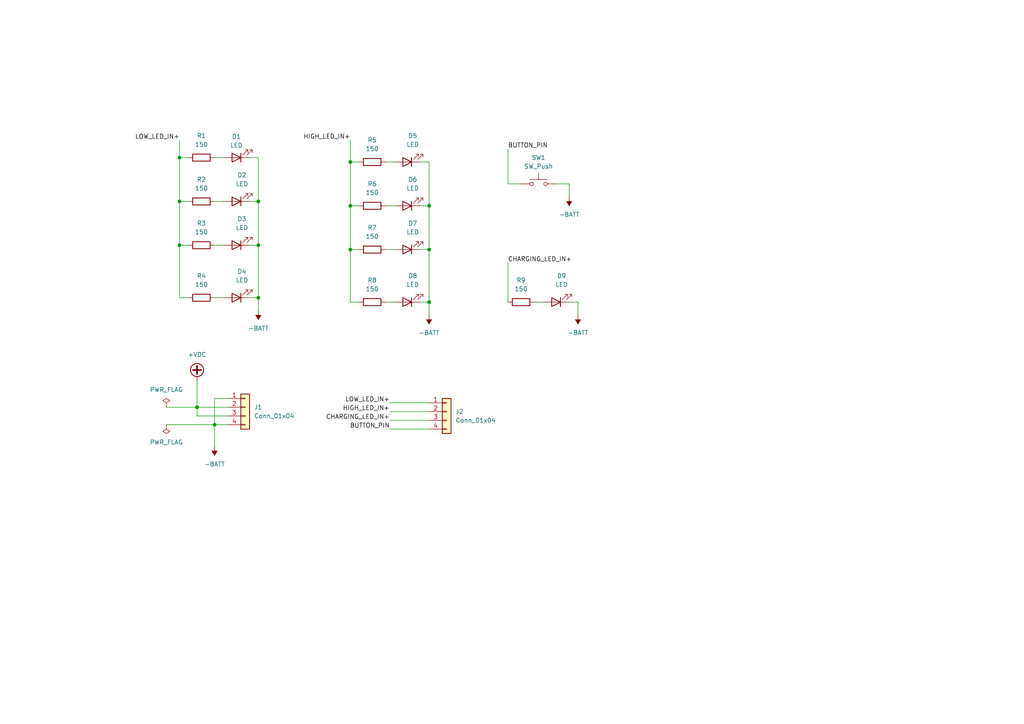
<source format=kicad_sch>
(kicad_sch
	(version 20231120)
	(generator "eeschema")
	(generator_version "8.0")
	(uuid "1e54665e-1401-4179-972c-985d3b0078aa")
	(paper "A4")
	(lib_symbols
		(symbol "Connector_Generic:Conn_01x04"
			(pin_names
				(offset 1.016) hide)
			(exclude_from_sim no)
			(in_bom yes)
			(on_board yes)
			(property "Reference" "J"
				(at 0 5.08 0)
				(effects
					(font
						(size 1.27 1.27)
					)
				)
			)
			(property "Value" "Conn_01x04"
				(at 0 -7.62 0)
				(effects
					(font
						(size 1.27 1.27)
					)
				)
			)
			(property "Footprint" ""
				(at 0 0 0)
				(effects
					(font
						(size 1.27 1.27)
					)
					(hide yes)
				)
			)
			(property "Datasheet" "~"
				(at 0 0 0)
				(effects
					(font
						(size 1.27 1.27)
					)
					(hide yes)
				)
			)
			(property "Description" "Generic connector, single row, 01x04, script generated (kicad-library-utils/schlib/autogen/connector/)"
				(at 0 0 0)
				(effects
					(font
						(size 1.27 1.27)
					)
					(hide yes)
				)
			)
			(property "ki_keywords" "connector"
				(at 0 0 0)
				(effects
					(font
						(size 1.27 1.27)
					)
					(hide yes)
				)
			)
			(property "ki_fp_filters" "Connector*:*_1x??_*"
				(at 0 0 0)
				(effects
					(font
						(size 1.27 1.27)
					)
					(hide yes)
				)
			)
			(symbol "Conn_01x04_1_1"
				(rectangle
					(start -1.27 -4.953)
					(end 0 -5.207)
					(stroke
						(width 0.1524)
						(type default)
					)
					(fill
						(type none)
					)
				)
				(rectangle
					(start -1.27 -2.413)
					(end 0 -2.667)
					(stroke
						(width 0.1524)
						(type default)
					)
					(fill
						(type none)
					)
				)
				(rectangle
					(start -1.27 0.127)
					(end 0 -0.127)
					(stroke
						(width 0.1524)
						(type default)
					)
					(fill
						(type none)
					)
				)
				(rectangle
					(start -1.27 2.667)
					(end 0 2.413)
					(stroke
						(width 0.1524)
						(type default)
					)
					(fill
						(type none)
					)
				)
				(rectangle
					(start -1.27 3.81)
					(end 1.27 -6.35)
					(stroke
						(width 0.254)
						(type default)
					)
					(fill
						(type background)
					)
				)
				(pin passive line
					(at -5.08 2.54 0)
					(length 3.81)
					(name "Pin_1"
						(effects
							(font
								(size 1.27 1.27)
							)
						)
					)
					(number "1"
						(effects
							(font
								(size 1.27 1.27)
							)
						)
					)
				)
				(pin passive line
					(at -5.08 0 0)
					(length 3.81)
					(name "Pin_2"
						(effects
							(font
								(size 1.27 1.27)
							)
						)
					)
					(number "2"
						(effects
							(font
								(size 1.27 1.27)
							)
						)
					)
				)
				(pin passive line
					(at -5.08 -2.54 0)
					(length 3.81)
					(name "Pin_3"
						(effects
							(font
								(size 1.27 1.27)
							)
						)
					)
					(number "3"
						(effects
							(font
								(size 1.27 1.27)
							)
						)
					)
				)
				(pin passive line
					(at -5.08 -5.08 0)
					(length 3.81)
					(name "Pin_4"
						(effects
							(font
								(size 1.27 1.27)
							)
						)
					)
					(number "4"
						(effects
							(font
								(size 1.27 1.27)
							)
						)
					)
				)
			)
		)
		(symbol "Device:LED"
			(pin_numbers hide)
			(pin_names
				(offset 1.016) hide)
			(exclude_from_sim no)
			(in_bom yes)
			(on_board yes)
			(property "Reference" "D"
				(at 0 2.54 0)
				(effects
					(font
						(size 1.27 1.27)
					)
				)
			)
			(property "Value" "LED"
				(at 0 -2.54 0)
				(effects
					(font
						(size 1.27 1.27)
					)
				)
			)
			(property "Footprint" ""
				(at 0 0 0)
				(effects
					(font
						(size 1.27 1.27)
					)
					(hide yes)
				)
			)
			(property "Datasheet" "~"
				(at 0 0 0)
				(effects
					(font
						(size 1.27 1.27)
					)
					(hide yes)
				)
			)
			(property "Description" "Light emitting diode"
				(at 0 0 0)
				(effects
					(font
						(size 1.27 1.27)
					)
					(hide yes)
				)
			)
			(property "ki_keywords" "LED diode"
				(at 0 0 0)
				(effects
					(font
						(size 1.27 1.27)
					)
					(hide yes)
				)
			)
			(property "ki_fp_filters" "LED* LED_SMD:* LED_THT:*"
				(at 0 0 0)
				(effects
					(font
						(size 1.27 1.27)
					)
					(hide yes)
				)
			)
			(symbol "LED_0_1"
				(polyline
					(pts
						(xy -1.27 -1.27) (xy -1.27 1.27)
					)
					(stroke
						(width 0.254)
						(type default)
					)
					(fill
						(type none)
					)
				)
				(polyline
					(pts
						(xy -1.27 0) (xy 1.27 0)
					)
					(stroke
						(width 0)
						(type default)
					)
					(fill
						(type none)
					)
				)
				(polyline
					(pts
						(xy 1.27 -1.27) (xy 1.27 1.27) (xy -1.27 0) (xy 1.27 -1.27)
					)
					(stroke
						(width 0.254)
						(type default)
					)
					(fill
						(type none)
					)
				)
				(polyline
					(pts
						(xy -3.048 -0.762) (xy -4.572 -2.286) (xy -3.81 -2.286) (xy -4.572 -2.286) (xy -4.572 -1.524)
					)
					(stroke
						(width 0)
						(type default)
					)
					(fill
						(type none)
					)
				)
				(polyline
					(pts
						(xy -1.778 -0.762) (xy -3.302 -2.286) (xy -2.54 -2.286) (xy -3.302 -2.286) (xy -3.302 -1.524)
					)
					(stroke
						(width 0)
						(type default)
					)
					(fill
						(type none)
					)
				)
			)
			(symbol "LED_1_1"
				(pin passive line
					(at -3.81 0 0)
					(length 2.54)
					(name "K"
						(effects
							(font
								(size 1.27 1.27)
							)
						)
					)
					(number "1"
						(effects
							(font
								(size 1.27 1.27)
							)
						)
					)
				)
				(pin passive line
					(at 3.81 0 180)
					(length 2.54)
					(name "A"
						(effects
							(font
								(size 1.27 1.27)
							)
						)
					)
					(number "2"
						(effects
							(font
								(size 1.27 1.27)
							)
						)
					)
				)
			)
		)
		(symbol "Device:R"
			(pin_numbers hide)
			(pin_names
				(offset 0)
			)
			(exclude_from_sim no)
			(in_bom yes)
			(on_board yes)
			(property "Reference" "R"
				(at 2.032 0 90)
				(effects
					(font
						(size 1.27 1.27)
					)
				)
			)
			(property "Value" "R"
				(at 0 0 90)
				(effects
					(font
						(size 1.27 1.27)
					)
				)
			)
			(property "Footprint" ""
				(at -1.778 0 90)
				(effects
					(font
						(size 1.27 1.27)
					)
					(hide yes)
				)
			)
			(property "Datasheet" "~"
				(at 0 0 0)
				(effects
					(font
						(size 1.27 1.27)
					)
					(hide yes)
				)
			)
			(property "Description" "Resistor"
				(at 0 0 0)
				(effects
					(font
						(size 1.27 1.27)
					)
					(hide yes)
				)
			)
			(property "ki_keywords" "R res resistor"
				(at 0 0 0)
				(effects
					(font
						(size 1.27 1.27)
					)
					(hide yes)
				)
			)
			(property "ki_fp_filters" "R_*"
				(at 0 0 0)
				(effects
					(font
						(size 1.27 1.27)
					)
					(hide yes)
				)
			)
			(symbol "R_0_1"
				(rectangle
					(start -1.016 -2.54)
					(end 1.016 2.54)
					(stroke
						(width 0.254)
						(type default)
					)
					(fill
						(type none)
					)
				)
			)
			(symbol "R_1_1"
				(pin passive line
					(at 0 3.81 270)
					(length 1.27)
					(name "~"
						(effects
							(font
								(size 1.27 1.27)
							)
						)
					)
					(number "1"
						(effects
							(font
								(size 1.27 1.27)
							)
						)
					)
				)
				(pin passive line
					(at 0 -3.81 90)
					(length 1.27)
					(name "~"
						(effects
							(font
								(size 1.27 1.27)
							)
						)
					)
					(number "2"
						(effects
							(font
								(size 1.27 1.27)
							)
						)
					)
				)
			)
		)
		(symbol "Switch:SW_Push"
			(pin_numbers hide)
			(pin_names
				(offset 1.016) hide)
			(exclude_from_sim no)
			(in_bom yes)
			(on_board yes)
			(property "Reference" "SW"
				(at 1.27 2.54 0)
				(effects
					(font
						(size 1.27 1.27)
					)
					(justify left)
				)
			)
			(property "Value" "SW_Push"
				(at 0 -1.524 0)
				(effects
					(font
						(size 1.27 1.27)
					)
				)
			)
			(property "Footprint" ""
				(at 0 5.08 0)
				(effects
					(font
						(size 1.27 1.27)
					)
					(hide yes)
				)
			)
			(property "Datasheet" "~"
				(at 0 5.08 0)
				(effects
					(font
						(size 1.27 1.27)
					)
					(hide yes)
				)
			)
			(property "Description" "Push button switch, generic, two pins"
				(at 0 0 0)
				(effects
					(font
						(size 1.27 1.27)
					)
					(hide yes)
				)
			)
			(property "ki_keywords" "switch normally-open pushbutton push-button"
				(at 0 0 0)
				(effects
					(font
						(size 1.27 1.27)
					)
					(hide yes)
				)
			)
			(symbol "SW_Push_0_1"
				(circle
					(center -2.032 0)
					(radius 0.508)
					(stroke
						(width 0)
						(type default)
					)
					(fill
						(type none)
					)
				)
				(polyline
					(pts
						(xy 0 1.27) (xy 0 3.048)
					)
					(stroke
						(width 0)
						(type default)
					)
					(fill
						(type none)
					)
				)
				(polyline
					(pts
						(xy 2.54 1.27) (xy -2.54 1.27)
					)
					(stroke
						(width 0)
						(type default)
					)
					(fill
						(type none)
					)
				)
				(circle
					(center 2.032 0)
					(radius 0.508)
					(stroke
						(width 0)
						(type default)
					)
					(fill
						(type none)
					)
				)
				(pin passive line
					(at -5.08 0 0)
					(length 2.54)
					(name "1"
						(effects
							(font
								(size 1.27 1.27)
							)
						)
					)
					(number "1"
						(effects
							(font
								(size 1.27 1.27)
							)
						)
					)
				)
				(pin passive line
					(at 5.08 0 180)
					(length 2.54)
					(name "2"
						(effects
							(font
								(size 1.27 1.27)
							)
						)
					)
					(number "2"
						(effects
							(font
								(size 1.27 1.27)
							)
						)
					)
				)
			)
		)
		(symbol "power:+VDC"
			(power)
			(pin_numbers hide)
			(pin_names
				(offset 0) hide)
			(exclude_from_sim no)
			(in_bom yes)
			(on_board yes)
			(property "Reference" "#PWR"
				(at 0 -2.54 0)
				(effects
					(font
						(size 1.27 1.27)
					)
					(hide yes)
				)
			)
			(property "Value" "+VDC"
				(at 0 6.35 0)
				(effects
					(font
						(size 1.27 1.27)
					)
				)
			)
			(property "Footprint" ""
				(at 0 0 0)
				(effects
					(font
						(size 1.27 1.27)
					)
					(hide yes)
				)
			)
			(property "Datasheet" ""
				(at 0 0 0)
				(effects
					(font
						(size 1.27 1.27)
					)
					(hide yes)
				)
			)
			(property "Description" "Power symbol creates a global label with name \"+VDC\""
				(at 0 0 0)
				(effects
					(font
						(size 1.27 1.27)
					)
					(hide yes)
				)
			)
			(property "ki_keywords" "global power"
				(at 0 0 0)
				(effects
					(font
						(size 1.27 1.27)
					)
					(hide yes)
				)
			)
			(symbol "+VDC_0_1"
				(polyline
					(pts
						(xy -1.143 3.175) (xy 1.143 3.175)
					)
					(stroke
						(width 0.508)
						(type default)
					)
					(fill
						(type none)
					)
				)
				(polyline
					(pts
						(xy 0 0) (xy 0 1.27)
					)
					(stroke
						(width 0)
						(type default)
					)
					(fill
						(type none)
					)
				)
				(polyline
					(pts
						(xy 0 2.032) (xy 0 4.318)
					)
					(stroke
						(width 0.508)
						(type default)
					)
					(fill
						(type none)
					)
				)
				(circle
					(center 0 3.175)
					(radius 1.905)
					(stroke
						(width 0.254)
						(type default)
					)
					(fill
						(type none)
					)
				)
			)
			(symbol "+VDC_1_1"
				(pin power_in line
					(at 0 0 90)
					(length 0)
					(name "~"
						(effects
							(font
								(size 1.27 1.27)
							)
						)
					)
					(number "1"
						(effects
							(font
								(size 1.27 1.27)
							)
						)
					)
				)
			)
		)
		(symbol "power:-BATT"
			(power)
			(pin_numbers hide)
			(pin_names
				(offset 0) hide)
			(exclude_from_sim no)
			(in_bom yes)
			(on_board yes)
			(property "Reference" "#PWR"
				(at 0 -3.81 0)
				(effects
					(font
						(size 1.27 1.27)
					)
					(hide yes)
				)
			)
			(property "Value" "-BATT"
				(at 0 3.556 0)
				(effects
					(font
						(size 1.27 1.27)
					)
				)
			)
			(property "Footprint" ""
				(at 0 0 0)
				(effects
					(font
						(size 1.27 1.27)
					)
					(hide yes)
				)
			)
			(property "Datasheet" ""
				(at 0 0 0)
				(effects
					(font
						(size 1.27 1.27)
					)
					(hide yes)
				)
			)
			(property "Description" "Power symbol creates a global label with name \"-BATT\""
				(at 0 0 0)
				(effects
					(font
						(size 1.27 1.27)
					)
					(hide yes)
				)
			)
			(property "ki_keywords" "global power battery"
				(at 0 0 0)
				(effects
					(font
						(size 1.27 1.27)
					)
					(hide yes)
				)
			)
			(symbol "-BATT_0_1"
				(polyline
					(pts
						(xy 0 0) (xy 0 2.54)
					)
					(stroke
						(width 0)
						(type default)
					)
					(fill
						(type none)
					)
				)
				(polyline
					(pts
						(xy 0.762 1.27) (xy -0.762 1.27) (xy 0 2.54) (xy 0.762 1.27)
					)
					(stroke
						(width 0)
						(type default)
					)
					(fill
						(type outline)
					)
				)
			)
			(symbol "-BATT_1_1"
				(pin power_in line
					(at 0 0 90)
					(length 0)
					(name "~"
						(effects
							(font
								(size 1.27 1.27)
							)
						)
					)
					(number "1"
						(effects
							(font
								(size 1.27 1.27)
							)
						)
					)
				)
			)
		)
		(symbol "power:PWR_FLAG"
			(power)
			(pin_numbers hide)
			(pin_names
				(offset 0) hide)
			(exclude_from_sim no)
			(in_bom yes)
			(on_board yes)
			(property "Reference" "#FLG"
				(at 0 1.905 0)
				(effects
					(font
						(size 1.27 1.27)
					)
					(hide yes)
				)
			)
			(property "Value" "PWR_FLAG"
				(at 0 3.81 0)
				(effects
					(font
						(size 1.27 1.27)
					)
				)
			)
			(property "Footprint" ""
				(at 0 0 0)
				(effects
					(font
						(size 1.27 1.27)
					)
					(hide yes)
				)
			)
			(property "Datasheet" "~"
				(at 0 0 0)
				(effects
					(font
						(size 1.27 1.27)
					)
					(hide yes)
				)
			)
			(property "Description" "Special symbol for telling ERC where power comes from"
				(at 0 0 0)
				(effects
					(font
						(size 1.27 1.27)
					)
					(hide yes)
				)
			)
			(property "ki_keywords" "flag power"
				(at 0 0 0)
				(effects
					(font
						(size 1.27 1.27)
					)
					(hide yes)
				)
			)
			(symbol "PWR_FLAG_0_0"
				(pin power_out line
					(at 0 0 90)
					(length 0)
					(name "~"
						(effects
							(font
								(size 1.27 1.27)
							)
						)
					)
					(number "1"
						(effects
							(font
								(size 1.27 1.27)
							)
						)
					)
				)
			)
			(symbol "PWR_FLAG_0_1"
				(polyline
					(pts
						(xy 0 0) (xy 0 1.27) (xy -1.016 1.905) (xy 0 2.54) (xy 1.016 1.905) (xy 0 1.27)
					)
					(stroke
						(width 0)
						(type default)
					)
					(fill
						(type none)
					)
				)
			)
		)
	)
	(junction
		(at 74.93 71.12)
		(diameter 0)
		(color 0 0 0 0)
		(uuid "0a06a527-ec0d-496d-ac11-b543dab2b861")
	)
	(junction
		(at 124.46 87.63)
		(diameter 0)
		(color 0 0 0 0)
		(uuid "0ea0e47d-04c5-42cb-8382-874218cd1813")
	)
	(junction
		(at 101.6 59.69)
		(diameter 0)
		(color 0 0 0 0)
		(uuid "19f5b10a-c146-418b-ba76-a5ba68a22702")
	)
	(junction
		(at 52.07 45.72)
		(diameter 0)
		(color 0 0 0 0)
		(uuid "66867db7-d83e-4db3-b506-4dc0ed30d638")
	)
	(junction
		(at 124.46 72.39)
		(diameter 0)
		(color 0 0 0 0)
		(uuid "670cf938-0bf7-400b-8873-7deb880824ee")
	)
	(junction
		(at 74.93 58.42)
		(diameter 0)
		(color 0 0 0 0)
		(uuid "7407a9b7-e7e0-4a3c-9203-f49c17749fa2")
	)
	(junction
		(at 124.46 59.69)
		(diameter 0)
		(color 0 0 0 0)
		(uuid "780d8cc3-43ed-47d7-be25-ee71df2ffa16")
	)
	(junction
		(at 62.23 123.19)
		(diameter 0)
		(color 0 0 0 0)
		(uuid "7decdfee-8b27-423e-b441-787f9e74e496")
	)
	(junction
		(at 52.07 58.42)
		(diameter 0)
		(color 0 0 0 0)
		(uuid "809b1a92-3c0f-42b9-815d-5d27c588f6a9")
	)
	(junction
		(at 101.6 72.39)
		(diameter 0)
		(color 0 0 0 0)
		(uuid "af550cdb-b129-4128-966c-1ca0e8a28f84")
	)
	(junction
		(at 74.93 86.36)
		(diameter 0)
		(color 0 0 0 0)
		(uuid "af67051c-b446-463d-98f0-ebc504a78b31")
	)
	(junction
		(at 52.07 71.12)
		(diameter 0)
		(color 0 0 0 0)
		(uuid "b2b0950b-664d-4138-801e-85885891e4cd")
	)
	(junction
		(at 57.15 118.11)
		(diameter 0)
		(color 0 0 0 0)
		(uuid "c5614f0e-cac8-442f-afe2-ad594ab8cd2e")
	)
	(junction
		(at 101.6 46.99)
		(diameter 0)
		(color 0 0 0 0)
		(uuid "e085416a-73d9-4937-885f-bdf8f3055bf6")
	)
	(wire
		(pts
			(xy 54.61 86.36) (xy 52.07 86.36)
		)
		(stroke
			(width 0)
			(type default)
		)
		(uuid "005100fe-7c61-4c7e-adc1-e3134fa91399")
	)
	(wire
		(pts
			(xy 121.92 46.99) (xy 124.46 46.99)
		)
		(stroke
			(width 0)
			(type default)
		)
		(uuid "05ae161c-93a9-4b41-91be-7c8b685c16d7")
	)
	(wire
		(pts
			(xy 48.26 118.11) (xy 57.15 118.11)
		)
		(stroke
			(width 0)
			(type default)
		)
		(uuid "118b6c3a-b7c6-4800-9d9e-9e6ffa85073b")
	)
	(wire
		(pts
			(xy 54.61 71.12) (xy 52.07 71.12)
		)
		(stroke
			(width 0)
			(type default)
		)
		(uuid "17703202-97cf-4680-b7b2-a8882055d148")
	)
	(wire
		(pts
			(xy 48.26 123.19) (xy 62.23 123.19)
		)
		(stroke
			(width 0)
			(type default)
		)
		(uuid "21d89ceb-5ec6-4d4d-b424-5446473d777f")
	)
	(wire
		(pts
			(xy 74.93 71.12) (xy 74.93 58.42)
		)
		(stroke
			(width 0)
			(type default)
		)
		(uuid "23e64049-e719-42f6-8112-25ee9904d5b1")
	)
	(wire
		(pts
			(xy 74.93 86.36) (xy 74.93 71.12)
		)
		(stroke
			(width 0)
			(type default)
		)
		(uuid "26bf9e1e-2ac9-4ecc-a2d6-0b5f8614df9e")
	)
	(wire
		(pts
			(xy 165.1 53.34) (xy 165.1 57.15)
		)
		(stroke
			(width 0)
			(type default)
		)
		(uuid "29cd6a3d-39c7-4f65-9ff9-d8ce93d4c9d9")
	)
	(wire
		(pts
			(xy 62.23 123.19) (xy 62.23 129.54)
		)
		(stroke
			(width 0)
			(type default)
		)
		(uuid "35368ae3-4bc4-47f9-824e-4c2a840b79fc")
	)
	(wire
		(pts
			(xy 72.39 71.12) (xy 74.93 71.12)
		)
		(stroke
			(width 0)
			(type default)
		)
		(uuid "3618d036-1fef-43f5-8446-cd71533d959e")
	)
	(wire
		(pts
			(xy 113.03 121.92) (xy 124.46 121.92)
		)
		(stroke
			(width 0)
			(type default)
		)
		(uuid "365f6ea0-8049-4c67-8dba-a0c4bedf9170")
	)
	(wire
		(pts
			(xy 52.07 58.42) (xy 52.07 71.12)
		)
		(stroke
			(width 0)
			(type default)
		)
		(uuid "377b39c1-fd5a-4519-a0c2-c1e47149f296")
	)
	(wire
		(pts
			(xy 101.6 40.64) (xy 101.6 46.99)
		)
		(stroke
			(width 0)
			(type default)
		)
		(uuid "3dee3604-12c4-4c1a-8043-c3bcf7801784")
	)
	(wire
		(pts
			(xy 52.07 45.72) (xy 54.61 45.72)
		)
		(stroke
			(width 0)
			(type default)
		)
		(uuid "415ed3e7-7f11-4eb7-ae7c-eb0b34fd5d54")
	)
	(wire
		(pts
			(xy 72.39 86.36) (xy 74.93 86.36)
		)
		(stroke
			(width 0)
			(type default)
		)
		(uuid "44f68726-779c-418d-a593-6796b63ecf5c")
	)
	(wire
		(pts
			(xy 66.04 115.57) (xy 62.23 115.57)
		)
		(stroke
			(width 0)
			(type default)
		)
		(uuid "45110d13-816b-41ad-85ab-58a65e6c1e4c")
	)
	(wire
		(pts
			(xy 121.92 87.63) (xy 124.46 87.63)
		)
		(stroke
			(width 0)
			(type default)
		)
		(uuid "45c7abec-d0ff-4825-a1a2-9af465f53f4c")
	)
	(wire
		(pts
			(xy 52.07 40.64) (xy 52.07 45.72)
		)
		(stroke
			(width 0)
			(type default)
		)
		(uuid "484e5d49-cadb-4231-8da5-03a528f3553b")
	)
	(wire
		(pts
			(xy 124.46 46.99) (xy 124.46 59.69)
		)
		(stroke
			(width 0)
			(type default)
		)
		(uuid "49eb1eed-e700-488e-8086-cd1fce8ff1bc")
	)
	(wire
		(pts
			(xy 101.6 72.39) (xy 101.6 59.69)
		)
		(stroke
			(width 0)
			(type default)
		)
		(uuid "4c3bde59-4f20-484e-b4b8-69832f09285e")
	)
	(wire
		(pts
			(xy 124.46 91.44) (xy 124.46 87.63)
		)
		(stroke
			(width 0)
			(type default)
		)
		(uuid "570028ad-fa46-4326-b944-860f2a5b6194")
	)
	(wire
		(pts
			(xy 113.03 116.84) (xy 124.46 116.84)
		)
		(stroke
			(width 0)
			(type default)
		)
		(uuid "5b87af29-2aff-4226-8e07-c1eec7eadcb6")
	)
	(wire
		(pts
			(xy 113.03 119.38) (xy 124.46 119.38)
		)
		(stroke
			(width 0)
			(type default)
		)
		(uuid "62c3bbad-6cbe-4586-a880-2b70011f1509")
	)
	(wire
		(pts
			(xy 124.46 72.39) (xy 124.46 59.69)
		)
		(stroke
			(width 0)
			(type default)
		)
		(uuid "6378b8f6-581f-4552-9803-c6d8856fcdec")
	)
	(wire
		(pts
			(xy 154.94 87.63) (xy 157.48 87.63)
		)
		(stroke
			(width 0)
			(type default)
		)
		(uuid "6934a9a6-e926-4f76-82f5-f80f0bef44e4")
	)
	(wire
		(pts
			(xy 111.76 46.99) (xy 114.3 46.99)
		)
		(stroke
			(width 0)
			(type default)
		)
		(uuid "6abb2b93-e1df-4f9e-8073-0e243890e714")
	)
	(wire
		(pts
			(xy 104.14 72.39) (xy 101.6 72.39)
		)
		(stroke
			(width 0)
			(type default)
		)
		(uuid "79b217b2-8a91-48b4-b1e3-04d4e506b180")
	)
	(wire
		(pts
			(xy 111.76 59.69) (xy 114.3 59.69)
		)
		(stroke
			(width 0)
			(type default)
		)
		(uuid "7a05c762-63c4-40bb-ae85-c74ef957433a")
	)
	(wire
		(pts
			(xy 147.32 43.18) (xy 147.32 53.34)
		)
		(stroke
			(width 0)
			(type default)
		)
		(uuid "7ed1c5a2-c060-458d-ac5a-a27946118993")
	)
	(wire
		(pts
			(xy 57.15 120.65) (xy 57.15 118.11)
		)
		(stroke
			(width 0)
			(type default)
		)
		(uuid "807e6d40-6359-4f93-94e3-d548a43d2500")
	)
	(wire
		(pts
			(xy 62.23 115.57) (xy 62.23 123.19)
		)
		(stroke
			(width 0)
			(type default)
		)
		(uuid "86793aa6-46bf-4ad3-85d0-79869bce9ad3")
	)
	(wire
		(pts
			(xy 57.15 118.11) (xy 66.04 118.11)
		)
		(stroke
			(width 0)
			(type default)
		)
		(uuid "875589fd-535e-4d3d-8913-51afea84927d")
	)
	(wire
		(pts
			(xy 57.15 110.49) (xy 57.15 118.11)
		)
		(stroke
			(width 0)
			(type default)
		)
		(uuid "89d065ef-b831-40cc-a020-d48c5115a311")
	)
	(wire
		(pts
			(xy 52.07 45.72) (xy 52.07 58.42)
		)
		(stroke
			(width 0)
			(type default)
		)
		(uuid "9515accf-e168-4b7e-8b2d-acc9c94c253a")
	)
	(wire
		(pts
			(xy 62.23 45.72) (xy 64.77 45.72)
		)
		(stroke
			(width 0)
			(type default)
		)
		(uuid "9c173e95-e6a4-450a-8513-388670325bb7")
	)
	(wire
		(pts
			(xy 72.39 45.72) (xy 74.93 45.72)
		)
		(stroke
			(width 0)
			(type default)
		)
		(uuid "a9128adc-c6cb-427a-b141-3d166c9d08a6")
	)
	(wire
		(pts
			(xy 147.32 76.2) (xy 147.32 87.63)
		)
		(stroke
			(width 0)
			(type default)
		)
		(uuid "aa19071d-0a53-47e9-a34e-e14a6d131120")
	)
	(wire
		(pts
			(xy 52.07 71.12) (xy 52.07 86.36)
		)
		(stroke
			(width 0)
			(type default)
		)
		(uuid "ad015b19-c2ab-434f-b52e-211c96c8da10")
	)
	(wire
		(pts
			(xy 147.32 53.34) (xy 151.13 53.34)
		)
		(stroke
			(width 0)
			(type default)
		)
		(uuid "afc022d6-c830-4134-b664-2c0945e2eef9")
	)
	(wire
		(pts
			(xy 101.6 46.99) (xy 101.6 59.69)
		)
		(stroke
			(width 0)
			(type default)
		)
		(uuid "b18a906a-a647-40c4-8696-66984b2c1191")
	)
	(wire
		(pts
			(xy 101.6 87.63) (xy 101.6 72.39)
		)
		(stroke
			(width 0)
			(type default)
		)
		(uuid "b2fcdd57-d187-4f7f-817a-e8b1c4041d36")
	)
	(wire
		(pts
			(xy 66.04 120.65) (xy 57.15 120.65)
		)
		(stroke
			(width 0)
			(type default)
		)
		(uuid "b4927a3e-68e7-42e7-ba4d-cc2aad367112")
	)
	(wire
		(pts
			(xy 62.23 86.36) (xy 64.77 86.36)
		)
		(stroke
			(width 0)
			(type default)
		)
		(uuid "b83feadc-83ab-4198-a87f-067cf2e2a781")
	)
	(wire
		(pts
			(xy 62.23 58.42) (xy 64.77 58.42)
		)
		(stroke
			(width 0)
			(type default)
		)
		(uuid "b88bb41e-cab9-4ca2-99b1-35c714cd4d37")
	)
	(wire
		(pts
			(xy 121.92 72.39) (xy 124.46 72.39)
		)
		(stroke
			(width 0)
			(type default)
		)
		(uuid "b8e78d2c-a7c7-4b6b-8672-5c2c11da9f23")
	)
	(wire
		(pts
			(xy 101.6 59.69) (xy 104.14 59.69)
		)
		(stroke
			(width 0)
			(type default)
		)
		(uuid "be93f560-c535-412b-873e-ab832ef91f94")
	)
	(wire
		(pts
			(xy 167.64 87.63) (xy 165.1 87.63)
		)
		(stroke
			(width 0)
			(type default)
		)
		(uuid "c439fee7-50fc-41f4-baf0-c457f812224f")
	)
	(wire
		(pts
			(xy 74.93 45.72) (xy 74.93 58.42)
		)
		(stroke
			(width 0)
			(type default)
		)
		(uuid "c5d538c6-770b-44d8-a2c8-2ba7a9b1b9cc")
	)
	(wire
		(pts
			(xy 104.14 46.99) (xy 101.6 46.99)
		)
		(stroke
			(width 0)
			(type default)
		)
		(uuid "c6e6b451-2e5e-4ead-9159-14b03a30d575")
	)
	(wire
		(pts
			(xy 124.46 87.63) (xy 124.46 72.39)
		)
		(stroke
			(width 0)
			(type default)
		)
		(uuid "ca43e98f-95c3-4007-b442-20fc4aaef4cb")
	)
	(wire
		(pts
			(xy 62.23 123.19) (xy 66.04 123.19)
		)
		(stroke
			(width 0)
			(type default)
		)
		(uuid "ce6ceaf7-b79a-4d92-bfef-f06cc2244e31")
	)
	(wire
		(pts
			(xy 52.07 58.42) (xy 54.61 58.42)
		)
		(stroke
			(width 0)
			(type default)
		)
		(uuid "cf008043-50c8-4b9c-806c-b822b3dd8392")
	)
	(wire
		(pts
			(xy 74.93 90.17) (xy 74.93 86.36)
		)
		(stroke
			(width 0)
			(type default)
		)
		(uuid "d38ae850-b80d-4234-8cc7-b44e74510102")
	)
	(wire
		(pts
			(xy 167.64 91.44) (xy 167.64 87.63)
		)
		(stroke
			(width 0)
			(type default)
		)
		(uuid "d4c7529c-967f-4fe0-a303-1f2e95d3e4b7")
	)
	(wire
		(pts
			(xy 121.92 59.69) (xy 124.46 59.69)
		)
		(stroke
			(width 0)
			(type default)
		)
		(uuid "eacd7421-c19a-4ce6-b147-672b342a8f84")
	)
	(wire
		(pts
			(xy 111.76 87.63) (xy 114.3 87.63)
		)
		(stroke
			(width 0)
			(type default)
		)
		(uuid "eb2a6139-ed70-4d37-8004-0e2f4d966f79")
	)
	(wire
		(pts
			(xy 62.23 71.12) (xy 64.77 71.12)
		)
		(stroke
			(width 0)
			(type default)
		)
		(uuid "eb35f37e-4017-402e-8dda-d628e9672967")
	)
	(wire
		(pts
			(xy 74.93 58.42) (xy 72.39 58.42)
		)
		(stroke
			(width 0)
			(type default)
		)
		(uuid "eca7c0a2-7cc1-401b-afc1-eab7e57ef181")
	)
	(wire
		(pts
			(xy 161.29 53.34) (xy 165.1 53.34)
		)
		(stroke
			(width 0)
			(type default)
		)
		(uuid "ed0a69f4-ac77-40d3-83b3-c733fd32bb67")
	)
	(wire
		(pts
			(xy 104.14 87.63) (xy 101.6 87.63)
		)
		(stroke
			(width 0)
			(type default)
		)
		(uuid "ed1e4087-3233-4ca1-ba2a-649066c0a0c5")
	)
	(wire
		(pts
			(xy 113.03 124.46) (xy 124.46 124.46)
		)
		(stroke
			(width 0)
			(type default)
		)
		(uuid "f7aa60a1-3f4f-4de5-becd-871f05d074be")
	)
	(wire
		(pts
			(xy 111.76 72.39) (xy 114.3 72.39)
		)
		(stroke
			(width 0)
			(type default)
		)
		(uuid "fa9beb77-b988-478e-a575-d5d9c4e7d44d")
	)
	(label "HIGH_LED_IN+"
		(at 113.03 119.38 180)
		(fields_autoplaced yes)
		(effects
			(font
				(size 1.27 1.27)
			)
			(justify right bottom)
		)
		(uuid "2a6f1b6d-e7d5-4c43-94d7-6e2c812bcd07")
	)
	(label "CHARGING_LED_IN+"
		(at 147.32 76.2 0)
		(fields_autoplaced yes)
		(effects
			(font
				(size 1.27 1.27)
			)
			(justify left bottom)
		)
		(uuid "3a61bc30-2763-4b73-a08e-568f468d6ed0")
	)
	(label "HIGH_LED_IN+"
		(at 101.6 40.64 180)
		(fields_autoplaced yes)
		(effects
			(font
				(size 1.27 1.27)
			)
			(justify right bottom)
		)
		(uuid "5c5b053f-44f2-4e48-9007-348aac1639e9")
	)
	(label "LOW_LED_IN+"
		(at 113.03 116.84 180)
		(fields_autoplaced yes)
		(effects
			(font
				(size 1.27 1.27)
			)
			(justify right bottom)
		)
		(uuid "6eda2be2-e971-4e45-a464-902b284661ed")
	)
	(label "CHARGING_LED_IN+"
		(at 113.03 121.92 180)
		(fields_autoplaced yes)
		(effects
			(font
				(size 1.27 1.27)
			)
			(justify right bottom)
		)
		(uuid "8205baca-3f33-4883-9fa6-bf229d16e23c")
	)
	(label "BUTTON_PIN"
		(at 147.32 43.18 0)
		(fields_autoplaced yes)
		(effects
			(font
				(size 1.27 1.27)
			)
			(justify left bottom)
		)
		(uuid "ed07905e-811b-4ea4-8030-95b2293de759")
	)
	(label "LOW_LED_IN+"
		(at 52.07 40.64 180)
		(fields_autoplaced yes)
		(effects
			(font
				(size 1.27 1.27)
			)
			(justify right bottom)
		)
		(uuid "eee83313-cb32-4b37-8f4f-d62bfaaf581a")
	)
	(label "BUTTON_PIN"
		(at 113.03 124.46 180)
		(fields_autoplaced yes)
		(effects
			(font
				(size 1.27 1.27)
			)
			(justify right bottom)
		)
		(uuid "f92a27c1-6833-4cb4-b86a-a8d38f1d1968")
	)
	(symbol
		(lib_id "power:-BATT")
		(at 124.46 91.44 180)
		(unit 1)
		(exclude_from_sim no)
		(in_bom yes)
		(on_board yes)
		(dnp no)
		(fields_autoplaced yes)
		(uuid "001095f2-bfaa-4c18-ba4c-4f22a0f26087")
		(property "Reference" "#PWR05"
			(at 124.46 87.63 0)
			(effects
				(font
					(size 1.27 1.27)
				)
				(hide yes)
			)
		)
		(property "Value" "-BATT"
			(at 124.46 96.52 0)
			(effects
				(font
					(size 1.27 1.27)
				)
			)
		)
		(property "Footprint" ""
			(at 124.46 91.44 0)
			(effects
				(font
					(size 1.27 1.27)
				)
				(hide yes)
			)
		)
		(property "Datasheet" ""
			(at 124.46 91.44 0)
			(effects
				(font
					(size 1.27 1.27)
				)
				(hide yes)
			)
		)
		(property "Description" "Power symbol creates a global label with name \"-BATT\""
			(at 124.46 91.44 0)
			(effects
				(font
					(size 1.27 1.27)
				)
				(hide yes)
			)
		)
		(pin "1"
			(uuid "06e7250b-d4b8-4375-bee8-70b46a150677")
		)
		(instances
			(project "arduino_solar_bikelight_2"
				(path "/1e54665e-1401-4179-972c-985d3b0078aa"
					(reference "#PWR05")
					(unit 1)
				)
			)
		)
	)
	(symbol
		(lib_id "Device:LED")
		(at 68.58 71.12 180)
		(unit 1)
		(exclude_from_sim no)
		(in_bom yes)
		(on_board yes)
		(dnp no)
		(fields_autoplaced yes)
		(uuid "07e39c8d-94d2-4475-a752-c09d87252f72")
		(property "Reference" "D3"
			(at 70.1675 63.5 0)
			(effects
				(font
					(size 1.27 1.27)
				)
			)
		)
		(property "Value" "LED"
			(at 70.1675 66.04 0)
			(effects
				(font
					(size 1.27 1.27)
				)
			)
		)
		(property "Footprint" "LED_THT:LED_D5.0mm"
			(at 68.58 71.12 0)
			(effects
				(font
					(size 1.27 1.27)
				)
				(hide yes)
			)
		)
		(property "Datasheet" "~"
			(at 68.58 71.12 0)
			(effects
				(font
					(size 1.27 1.27)
				)
				(hide yes)
			)
		)
		(property "Description" "Light emitting diode"
			(at 68.58 71.12 0)
			(effects
				(font
					(size 1.27 1.27)
				)
				(hide yes)
			)
		)
		(pin "1"
			(uuid "cc2bfa9c-e208-4d01-9c28-9deaf2d72dd8")
		)
		(pin "2"
			(uuid "438a8234-6bb0-404f-baa9-d45413d3e3bd")
		)
		(instances
			(project "arduino_solar_bikelight_2"
				(path "/1e54665e-1401-4179-972c-985d3b0078aa"
					(reference "D3")
					(unit 1)
				)
			)
		)
	)
	(symbol
		(lib_id "power:PWR_FLAG")
		(at 48.26 118.11 0)
		(unit 1)
		(exclude_from_sim no)
		(in_bom yes)
		(on_board yes)
		(dnp no)
		(fields_autoplaced yes)
		(uuid "257b62eb-aff3-4868-ad49-5c2ebb7e7371")
		(property "Reference" "#FLG01"
			(at 48.26 116.205 0)
			(effects
				(font
					(size 1.27 1.27)
				)
				(hide yes)
			)
		)
		(property "Value" "PWR_FLAG"
			(at 48.26 113.03 0)
			(effects
				(font
					(size 1.27 1.27)
				)
			)
		)
		(property "Footprint" ""
			(at 48.26 118.11 0)
			(effects
				(font
					(size 1.27 1.27)
				)
				(hide yes)
			)
		)
		(property "Datasheet" "~"
			(at 48.26 118.11 0)
			(effects
				(font
					(size 1.27 1.27)
				)
				(hide yes)
			)
		)
		(property "Description" "Special symbol for telling ERC where power comes from"
			(at 48.26 118.11 0)
			(effects
				(font
					(size 1.27 1.27)
				)
				(hide yes)
			)
		)
		(pin "1"
			(uuid "2c54e3a8-1b61-44e1-87ca-be0021b898f8")
		)
		(instances
			(project ""
				(path "/1e54665e-1401-4179-972c-985d3b0078aa"
					(reference "#FLG01")
					(unit 1)
				)
			)
		)
	)
	(symbol
		(lib_id "Device:R")
		(at 151.13 87.63 90)
		(unit 1)
		(exclude_from_sim no)
		(in_bom yes)
		(on_board yes)
		(dnp no)
		(fields_autoplaced yes)
		(uuid "33c2db15-a66b-45c8-9fa3-0d41a98aa090")
		(property "Reference" "R9"
			(at 151.13 81.28 90)
			(effects
				(font
					(size 1.27 1.27)
				)
			)
		)
		(property "Value" "150"
			(at 151.13 83.82 90)
			(effects
				(font
					(size 1.27 1.27)
				)
			)
		)
		(property "Footprint" "Resistor_THT:R_Axial_DIN0207_L6.3mm_D2.5mm_P10.16mm_Horizontal"
			(at 151.13 89.408 90)
			(effects
				(font
					(size 1.27 1.27)
				)
				(hide yes)
			)
		)
		(property "Datasheet" "~"
			(at 151.13 87.63 0)
			(effects
				(font
					(size 1.27 1.27)
				)
				(hide yes)
			)
		)
		(property "Description" "Resistor"
			(at 151.13 87.63 0)
			(effects
				(font
					(size 1.27 1.27)
				)
				(hide yes)
			)
		)
		(pin "2"
			(uuid "dbeb0de5-5cf8-4050-b963-fd33e07fe1e3")
		)
		(pin "1"
			(uuid "d02cb101-87f7-4455-91e9-1c6be2d19dd1")
		)
		(instances
			(project "arduino_solar_bikelight_2"
				(path "/1e54665e-1401-4179-972c-985d3b0078aa"
					(reference "R9")
					(unit 1)
				)
			)
		)
	)
	(symbol
		(lib_id "power:-BATT")
		(at 165.1 57.15 180)
		(unit 1)
		(exclude_from_sim no)
		(in_bom yes)
		(on_board yes)
		(dnp no)
		(fields_autoplaced yes)
		(uuid "377e6343-8ed3-4bab-a554-1590b8a550f0")
		(property "Reference" "#PWR01"
			(at 165.1 53.34 0)
			(effects
				(font
					(size 1.27 1.27)
				)
				(hide yes)
			)
		)
		(property "Value" "-BATT"
			(at 165.1 62.23 0)
			(effects
				(font
					(size 1.27 1.27)
				)
			)
		)
		(property "Footprint" ""
			(at 165.1 57.15 0)
			(effects
				(font
					(size 1.27 1.27)
				)
				(hide yes)
			)
		)
		(property "Datasheet" ""
			(at 165.1 57.15 0)
			(effects
				(font
					(size 1.27 1.27)
				)
				(hide yes)
			)
		)
		(property "Description" "Power symbol creates a global label with name \"-BATT\""
			(at 165.1 57.15 0)
			(effects
				(font
					(size 1.27 1.27)
				)
				(hide yes)
			)
		)
		(pin "1"
			(uuid "989d5f40-e187-45fc-8bc1-f7115c05bd03")
		)
		(instances
			(project "arduino_solar_bikelight_2"
				(path "/1e54665e-1401-4179-972c-985d3b0078aa"
					(reference "#PWR01")
					(unit 1)
				)
			)
		)
	)
	(symbol
		(lib_id "Switch:SW_Push")
		(at 156.21 53.34 0)
		(unit 1)
		(exclude_from_sim no)
		(in_bom yes)
		(on_board yes)
		(dnp no)
		(fields_autoplaced yes)
		(uuid "3e384a9c-a6f7-487c-a9d2-41b482250401")
		(property "Reference" "SW1"
			(at 156.21 45.72 0)
			(effects
				(font
					(size 1.27 1.27)
				)
			)
		)
		(property "Value" "SW_Push"
			(at 156.21 48.26 0)
			(effects
				(font
					(size 1.27 1.27)
				)
			)
		)
		(property "Footprint" "Button_Switch_THT:SW_SPST_Omron_B3F-40xx"
			(at 156.21 48.26 0)
			(effects
				(font
					(size 1.27 1.27)
				)
				(hide yes)
			)
		)
		(property "Datasheet" "~"
			(at 156.21 48.26 0)
			(effects
				(font
					(size 1.27 1.27)
				)
				(hide yes)
			)
		)
		(property "Description" "Push button switch, generic, two pins"
			(at 156.21 53.34 0)
			(effects
				(font
					(size 1.27 1.27)
				)
				(hide yes)
			)
		)
		(pin "2"
			(uuid "1c9d1b03-e8dd-413c-8cef-2a7da6bae974")
		)
		(pin "1"
			(uuid "d9b3f426-b0a5-465a-aeb6-efd6eff73601")
		)
		(instances
			(project "arduino_solar_bikelight_2"
				(path "/1e54665e-1401-4179-972c-985d3b0078aa"
					(reference "SW1")
					(unit 1)
				)
			)
		)
	)
	(symbol
		(lib_id "power:-BATT")
		(at 167.64 91.44 180)
		(unit 1)
		(exclude_from_sim no)
		(in_bom yes)
		(on_board yes)
		(dnp no)
		(fields_autoplaced yes)
		(uuid "4b2a489d-2082-409d-a26b-0e01f6d1cacb")
		(property "Reference" "#PWR02"
			(at 167.64 87.63 0)
			(effects
				(font
					(size 1.27 1.27)
				)
				(hide yes)
			)
		)
		(property "Value" "-BATT"
			(at 167.64 96.52 0)
			(effects
				(font
					(size 1.27 1.27)
				)
			)
		)
		(property "Footprint" ""
			(at 167.64 91.44 0)
			(effects
				(font
					(size 1.27 1.27)
				)
				(hide yes)
			)
		)
		(property "Datasheet" ""
			(at 167.64 91.44 0)
			(effects
				(font
					(size 1.27 1.27)
				)
				(hide yes)
			)
		)
		(property "Description" "Power symbol creates a global label with name \"-BATT\""
			(at 167.64 91.44 0)
			(effects
				(font
					(size 1.27 1.27)
				)
				(hide yes)
			)
		)
		(pin "1"
			(uuid "04b1899a-3ce3-46e7-91be-df80e0f6152f")
		)
		(instances
			(project "arduino_solar_bikelight_2"
				(path "/1e54665e-1401-4179-972c-985d3b0078aa"
					(reference "#PWR02")
					(unit 1)
				)
			)
		)
	)
	(symbol
		(lib_id "power:-BATT")
		(at 74.93 90.17 180)
		(unit 1)
		(exclude_from_sim no)
		(in_bom yes)
		(on_board yes)
		(dnp no)
		(fields_autoplaced yes)
		(uuid "504406bf-68f0-46e2-9d41-a054ca995148")
		(property "Reference" "#PWR06"
			(at 74.93 86.36 0)
			(effects
				(font
					(size 1.27 1.27)
				)
				(hide yes)
			)
		)
		(property "Value" "-BATT"
			(at 74.93 95.25 0)
			(effects
				(font
					(size 1.27 1.27)
				)
			)
		)
		(property "Footprint" ""
			(at 74.93 90.17 0)
			(effects
				(font
					(size 1.27 1.27)
				)
				(hide yes)
			)
		)
		(property "Datasheet" ""
			(at 74.93 90.17 0)
			(effects
				(font
					(size 1.27 1.27)
				)
				(hide yes)
			)
		)
		(property "Description" "Power symbol creates a global label with name \"-BATT\""
			(at 74.93 90.17 0)
			(effects
				(font
					(size 1.27 1.27)
				)
				(hide yes)
			)
		)
		(pin "1"
			(uuid "cb7cf9cc-0718-4a2b-aeb9-6705fecf341d")
		)
		(instances
			(project "arduino_solar_bikelight_2"
				(path "/1e54665e-1401-4179-972c-985d3b0078aa"
					(reference "#PWR06")
					(unit 1)
				)
			)
		)
	)
	(symbol
		(lib_id "Device:R")
		(at 107.95 87.63 90)
		(unit 1)
		(exclude_from_sim no)
		(in_bom yes)
		(on_board yes)
		(dnp no)
		(fields_autoplaced yes)
		(uuid "624cb127-7cfa-409b-ad8c-a331e530ff87")
		(property "Reference" "R8"
			(at 107.95 81.28 90)
			(effects
				(font
					(size 1.27 1.27)
				)
			)
		)
		(property "Value" "150"
			(at 107.95 83.82 90)
			(effects
				(font
					(size 1.27 1.27)
				)
			)
		)
		(property "Footprint" "Resistor_THT:R_Axial_DIN0207_L6.3mm_D2.5mm_P10.16mm_Horizontal"
			(at 107.95 89.408 90)
			(effects
				(font
					(size 1.27 1.27)
				)
				(hide yes)
			)
		)
		(property "Datasheet" "~"
			(at 107.95 87.63 0)
			(effects
				(font
					(size 1.27 1.27)
				)
				(hide yes)
			)
		)
		(property "Description" "Resistor"
			(at 107.95 87.63 0)
			(effects
				(font
					(size 1.27 1.27)
				)
				(hide yes)
			)
		)
		(pin "2"
			(uuid "8d3e590f-e17f-4372-81a7-2916abde7515")
		)
		(pin "1"
			(uuid "ede05ae8-a021-4522-8f90-ab63a43ad148")
		)
		(instances
			(project "arduino_solar_bikelight_2"
				(path "/1e54665e-1401-4179-972c-985d3b0078aa"
					(reference "R8")
					(unit 1)
				)
			)
		)
	)
	(symbol
		(lib_id "Connector_Generic:Conn_01x04")
		(at 71.12 118.11 0)
		(unit 1)
		(exclude_from_sim no)
		(in_bom yes)
		(on_board yes)
		(dnp no)
		(fields_autoplaced yes)
		(uuid "6a6420e3-552b-4d9c-b115-5060a4fcf10f")
		(property "Reference" "J1"
			(at 73.66 118.1099 0)
			(effects
				(font
					(size 1.27 1.27)
				)
				(justify left)
			)
		)
		(property "Value" "Conn_01x04"
			(at 73.66 120.6499 0)
			(effects
				(font
					(size 1.27 1.27)
				)
				(justify left)
			)
		)
		(property "Footprint" "Connector_PinSocket_2.54mm:PinSocket_1x04_P2.54mm_Vertical"
			(at 71.12 118.11 0)
			(effects
				(font
					(size 1.27 1.27)
				)
				(hide yes)
			)
		)
		(property "Datasheet" "~"
			(at 71.12 118.11 0)
			(effects
				(font
					(size 1.27 1.27)
				)
				(hide yes)
			)
		)
		(property "Description" "Generic connector, single row, 01x04, script generated (kicad-library-utils/schlib/autogen/connector/)"
			(at 71.12 118.11 0)
			(effects
				(font
					(size 1.27 1.27)
				)
				(hide yes)
			)
		)
		(pin "3"
			(uuid "3eafae0a-2312-4ec1-9c95-4f63ccdf26e9")
		)
		(pin "1"
			(uuid "ee3c31c5-2456-4f57-bfae-ebdb7142ce05")
		)
		(pin "4"
			(uuid "8e3e3b63-2d50-4591-bae5-f6d5d5b05631")
		)
		(pin "2"
			(uuid "c1b2ce71-3b10-4d33-bdfd-5451af6ae189")
		)
		(instances
			(project "arduino_solar_bikelight_2"
				(path "/1e54665e-1401-4179-972c-985d3b0078aa"
					(reference "J1")
					(unit 1)
				)
			)
		)
	)
	(symbol
		(lib_id "Device:LED")
		(at 68.58 58.42 180)
		(unit 1)
		(exclude_from_sim no)
		(in_bom yes)
		(on_board yes)
		(dnp no)
		(fields_autoplaced yes)
		(uuid "6d3dff70-f413-413b-8ccd-af1b7466c059")
		(property "Reference" "D2"
			(at 70.1675 50.8 0)
			(effects
				(font
					(size 1.27 1.27)
				)
			)
		)
		(property "Value" "LED"
			(at 70.1675 53.34 0)
			(effects
				(font
					(size 1.27 1.27)
				)
			)
		)
		(property "Footprint" "LED_THT:LED_D5.0mm"
			(at 68.58 58.42 0)
			(effects
				(font
					(size 1.27 1.27)
				)
				(hide yes)
			)
		)
		(property "Datasheet" "~"
			(at 68.58 58.42 0)
			(effects
				(font
					(size 1.27 1.27)
				)
				(hide yes)
			)
		)
		(property "Description" "Light emitting diode"
			(at 68.58 58.42 0)
			(effects
				(font
					(size 1.27 1.27)
				)
				(hide yes)
			)
		)
		(pin "1"
			(uuid "9c8fbf42-cf02-4da9-80f1-8754debd07d4")
		)
		(pin "2"
			(uuid "a111ab51-990c-43d5-bc7c-351fe3ce7c1e")
		)
		(instances
			(project "arduino_solar_bikelight_2"
				(path "/1e54665e-1401-4179-972c-985d3b0078aa"
					(reference "D2")
					(unit 1)
				)
			)
		)
	)
	(symbol
		(lib_id "Device:LED")
		(at 68.58 86.36 180)
		(unit 1)
		(exclude_from_sim no)
		(in_bom yes)
		(on_board yes)
		(dnp no)
		(fields_autoplaced yes)
		(uuid "7466b644-e74a-4439-afd4-8effc6ec94e3")
		(property "Reference" "D4"
			(at 70.1675 78.74 0)
			(effects
				(font
					(size 1.27 1.27)
				)
			)
		)
		(property "Value" "LED"
			(at 70.1675 81.28 0)
			(effects
				(font
					(size 1.27 1.27)
				)
			)
		)
		(property "Footprint" "LED_THT:LED_D5.0mm"
			(at 68.58 86.36 0)
			(effects
				(font
					(size 1.27 1.27)
				)
				(hide yes)
			)
		)
		(property "Datasheet" "~"
			(at 68.58 86.36 0)
			(effects
				(font
					(size 1.27 1.27)
				)
				(hide yes)
			)
		)
		(property "Description" "Light emitting diode"
			(at 68.58 86.36 0)
			(effects
				(font
					(size 1.27 1.27)
				)
				(hide yes)
			)
		)
		(pin "1"
			(uuid "0545890a-fdeb-49c6-9c09-5d28b805ba33")
		)
		(pin "2"
			(uuid "36f08c18-0487-4b90-a335-5a647e44dd58")
		)
		(instances
			(project "arduino_solar_bikelight_2"
				(path "/1e54665e-1401-4179-972c-985d3b0078aa"
					(reference "D4")
					(unit 1)
				)
			)
		)
	)
	(symbol
		(lib_id "Device:R")
		(at 58.42 45.72 90)
		(unit 1)
		(exclude_from_sim no)
		(in_bom yes)
		(on_board yes)
		(dnp no)
		(fields_autoplaced yes)
		(uuid "7ffd11be-8059-4edf-a5d4-739185cfe307")
		(property "Reference" "R1"
			(at 58.42 39.37 90)
			(effects
				(font
					(size 1.27 1.27)
				)
			)
		)
		(property "Value" "150"
			(at 58.42 41.91 90)
			(effects
				(font
					(size 1.27 1.27)
				)
			)
		)
		(property "Footprint" "Resistor_THT:R_Axial_DIN0207_L6.3mm_D2.5mm_P10.16mm_Horizontal"
			(at 58.42 47.498 90)
			(effects
				(font
					(size 1.27 1.27)
				)
				(hide yes)
			)
		)
		(property "Datasheet" "~"
			(at 58.42 45.72 0)
			(effects
				(font
					(size 1.27 1.27)
				)
				(hide yes)
			)
		)
		(property "Description" "Resistor"
			(at 58.42 45.72 0)
			(effects
				(font
					(size 1.27 1.27)
				)
				(hide yes)
			)
		)
		(pin "2"
			(uuid "f3b57506-f9e5-48b3-9c49-ae0dbfb50bc4")
		)
		(pin "1"
			(uuid "356d912f-ff7c-456a-aa12-4136bce672f2")
		)
		(instances
			(project "arduino_solar_bikelight_2"
				(path "/1e54665e-1401-4179-972c-985d3b0078aa"
					(reference "R1")
					(unit 1)
				)
			)
		)
	)
	(symbol
		(lib_id "Device:LED")
		(at 68.58 45.72 180)
		(unit 1)
		(exclude_from_sim no)
		(in_bom yes)
		(on_board yes)
		(dnp no)
		(uuid "8bcd28d2-d876-40a3-9bcc-0fe1eabf75dc")
		(property "Reference" "D1"
			(at 68.58 39.624 0)
			(effects
				(font
					(size 1.27 1.27)
				)
			)
		)
		(property "Value" "LED"
			(at 68.58 42.164 0)
			(effects
				(font
					(size 1.27 1.27)
				)
			)
		)
		(property "Footprint" "LED_THT:LED_D5.0mm"
			(at 68.58 45.72 0)
			(effects
				(font
					(size 1.27 1.27)
				)
				(hide yes)
			)
		)
		(property "Datasheet" "~"
			(at 68.58 45.72 0)
			(effects
				(font
					(size 1.27 1.27)
				)
				(hide yes)
			)
		)
		(property "Description" "Light emitting diode"
			(at 68.58 45.72 0)
			(effects
				(font
					(size 1.27 1.27)
				)
				(hide yes)
			)
		)
		(pin "1"
			(uuid "25e631bb-3396-4f46-88c2-86d098c64d40")
		)
		(pin "2"
			(uuid "073d9242-a9b4-48c6-bb2f-b3121d66fed1")
		)
		(instances
			(project "arduino_solar_bikelight_2"
				(path "/1e54665e-1401-4179-972c-985d3b0078aa"
					(reference "D1")
					(unit 1)
				)
			)
		)
	)
	(symbol
		(lib_id "power:+VDC")
		(at 57.15 110.49 0)
		(unit 1)
		(exclude_from_sim no)
		(in_bom yes)
		(on_board yes)
		(dnp no)
		(fields_autoplaced yes)
		(uuid "8d97b232-5b80-41aa-b4d9-60e1051b254e")
		(property "Reference" "#PWR03"
			(at 57.15 113.03 0)
			(effects
				(font
					(size 1.27 1.27)
				)
				(hide yes)
			)
		)
		(property "Value" "+VDC"
			(at 57.15 102.87 0)
			(effects
				(font
					(size 1.27 1.27)
				)
			)
		)
		(property "Footprint" ""
			(at 57.15 110.49 0)
			(effects
				(font
					(size 1.27 1.27)
				)
				(hide yes)
			)
		)
		(property "Datasheet" ""
			(at 57.15 110.49 0)
			(effects
				(font
					(size 1.27 1.27)
				)
				(hide yes)
			)
		)
		(property "Description" "Power symbol creates a global label with name \"+VDC\""
			(at 57.15 110.49 0)
			(effects
				(font
					(size 1.27 1.27)
				)
				(hide yes)
			)
		)
		(pin "1"
			(uuid "30261f8e-e841-4879-9d1b-604a5b709b90")
		)
		(instances
			(project "arduino_solar_bikelight_2"
				(path "/1e54665e-1401-4179-972c-985d3b0078aa"
					(reference "#PWR03")
					(unit 1)
				)
			)
		)
	)
	(symbol
		(lib_id "Device:LED")
		(at 118.11 46.99 180)
		(unit 1)
		(exclude_from_sim no)
		(in_bom yes)
		(on_board yes)
		(dnp no)
		(fields_autoplaced yes)
		(uuid "9b365f8a-8557-4e1a-a44e-f4cf0cec00ac")
		(property "Reference" "D5"
			(at 119.6975 39.37 0)
			(effects
				(font
					(size 1.27 1.27)
				)
			)
		)
		(property "Value" "LED"
			(at 119.6975 41.91 0)
			(effects
				(font
					(size 1.27 1.27)
				)
			)
		)
		(property "Footprint" "LED_THT:LED_D5.0mm"
			(at 118.11 46.99 0)
			(effects
				(font
					(size 1.27 1.27)
				)
				(hide yes)
			)
		)
		(property "Datasheet" "~"
			(at 118.11 46.99 0)
			(effects
				(font
					(size 1.27 1.27)
				)
				(hide yes)
			)
		)
		(property "Description" "Light emitting diode"
			(at 118.11 46.99 0)
			(effects
				(font
					(size 1.27 1.27)
				)
				(hide yes)
			)
		)
		(pin "1"
			(uuid "028d0671-d378-4d4c-81d8-0af22ee852bb")
		)
		(pin "2"
			(uuid "eb7f34f2-ed68-436d-860f-f0425fedb460")
		)
		(instances
			(project "arduino_solar_bikelight_2"
				(path "/1e54665e-1401-4179-972c-985d3b0078aa"
					(reference "D5")
					(unit 1)
				)
			)
		)
	)
	(symbol
		(lib_id "Device:R")
		(at 58.42 71.12 90)
		(unit 1)
		(exclude_from_sim no)
		(in_bom yes)
		(on_board yes)
		(dnp no)
		(fields_autoplaced yes)
		(uuid "a98a92f3-8d07-4e67-9e89-1914a3fe68ff")
		(property "Reference" "R3"
			(at 58.42 64.77 90)
			(effects
				(font
					(size 1.27 1.27)
				)
			)
		)
		(property "Value" "150"
			(at 58.42 67.31 90)
			(effects
				(font
					(size 1.27 1.27)
				)
			)
		)
		(property "Footprint" "Resistor_THT:R_Axial_DIN0207_L6.3mm_D2.5mm_P10.16mm_Horizontal"
			(at 58.42 72.898 90)
			(effects
				(font
					(size 1.27 1.27)
				)
				(hide yes)
			)
		)
		(property "Datasheet" "~"
			(at 58.42 71.12 0)
			(effects
				(font
					(size 1.27 1.27)
				)
				(hide yes)
			)
		)
		(property "Description" "Resistor"
			(at 58.42 71.12 0)
			(effects
				(font
					(size 1.27 1.27)
				)
				(hide yes)
			)
		)
		(pin "2"
			(uuid "bdff1703-2f11-4cb8-9ee4-6f620ad2d5d7")
		)
		(pin "1"
			(uuid "c8d5b2e9-a9d5-47da-81cc-eeb4f3057668")
		)
		(instances
			(project "arduino_solar_bikelight_2"
				(path "/1e54665e-1401-4179-972c-985d3b0078aa"
					(reference "R3")
					(unit 1)
				)
			)
		)
	)
	(symbol
		(lib_id "power:-BATT")
		(at 62.23 129.54 180)
		(unit 1)
		(exclude_from_sim no)
		(in_bom yes)
		(on_board yes)
		(dnp no)
		(fields_autoplaced yes)
		(uuid "a9aae21e-cc63-4b97-9a12-c62d7aee33cc")
		(property "Reference" "#PWR04"
			(at 62.23 125.73 0)
			(effects
				(font
					(size 1.27 1.27)
				)
				(hide yes)
			)
		)
		(property "Value" "-BATT"
			(at 62.23 134.62 0)
			(effects
				(font
					(size 1.27 1.27)
				)
			)
		)
		(property "Footprint" ""
			(at 62.23 129.54 0)
			(effects
				(font
					(size 1.27 1.27)
				)
				(hide yes)
			)
		)
		(property "Datasheet" ""
			(at 62.23 129.54 0)
			(effects
				(font
					(size 1.27 1.27)
				)
				(hide yes)
			)
		)
		(property "Description" "Power symbol creates a global label with name \"-BATT\""
			(at 62.23 129.54 0)
			(effects
				(font
					(size 1.27 1.27)
				)
				(hide yes)
			)
		)
		(pin "1"
			(uuid "62058060-7d4d-4018-85c6-96f788ed7e00")
		)
		(instances
			(project "arduino_solar_bikelight_2"
				(path "/1e54665e-1401-4179-972c-985d3b0078aa"
					(reference "#PWR04")
					(unit 1)
				)
			)
		)
	)
	(symbol
		(lib_id "Device:LED")
		(at 118.11 87.63 180)
		(unit 1)
		(exclude_from_sim no)
		(in_bom yes)
		(on_board yes)
		(dnp no)
		(fields_autoplaced yes)
		(uuid "aebb9b4e-b3e7-4862-a089-73c9b78a214f")
		(property "Reference" "D8"
			(at 119.6975 80.01 0)
			(effects
				(font
					(size 1.27 1.27)
				)
			)
		)
		(property "Value" "LED"
			(at 119.6975 82.55 0)
			(effects
				(font
					(size 1.27 1.27)
				)
			)
		)
		(property "Footprint" "LED_THT:LED_D5.0mm"
			(at 118.11 87.63 0)
			(effects
				(font
					(size 1.27 1.27)
				)
				(hide yes)
			)
		)
		(property "Datasheet" "~"
			(at 118.11 87.63 0)
			(effects
				(font
					(size 1.27 1.27)
				)
				(hide yes)
			)
		)
		(property "Description" "Light emitting diode"
			(at 118.11 87.63 0)
			(effects
				(font
					(size 1.27 1.27)
				)
				(hide yes)
			)
		)
		(pin "1"
			(uuid "332f7f22-a783-4faa-951d-a2db0ad279be")
		)
		(pin "2"
			(uuid "9c6cda00-7395-4845-b547-a856de843b5f")
		)
		(instances
			(project "arduino_solar_bikelight_2"
				(path "/1e54665e-1401-4179-972c-985d3b0078aa"
					(reference "D8")
					(unit 1)
				)
			)
		)
	)
	(symbol
		(lib_id "Device:R")
		(at 107.95 72.39 90)
		(unit 1)
		(exclude_from_sim no)
		(in_bom yes)
		(on_board yes)
		(dnp no)
		(fields_autoplaced yes)
		(uuid "afd9469f-0f1e-41ad-ad57-c920df8fbd59")
		(property "Reference" "R7"
			(at 107.95 66.04 90)
			(effects
				(font
					(size 1.27 1.27)
				)
			)
		)
		(property "Value" "150"
			(at 107.95 68.58 90)
			(effects
				(font
					(size 1.27 1.27)
				)
			)
		)
		(property "Footprint" "Resistor_THT:R_Axial_DIN0207_L6.3mm_D2.5mm_P10.16mm_Horizontal"
			(at 107.95 74.168 90)
			(effects
				(font
					(size 1.27 1.27)
				)
				(hide yes)
			)
		)
		(property "Datasheet" "~"
			(at 107.95 72.39 0)
			(effects
				(font
					(size 1.27 1.27)
				)
				(hide yes)
			)
		)
		(property "Description" "Resistor"
			(at 107.95 72.39 0)
			(effects
				(font
					(size 1.27 1.27)
				)
				(hide yes)
			)
		)
		(pin "2"
			(uuid "7b58c6f2-114d-4a74-a96e-4188bc7e581d")
		)
		(pin "1"
			(uuid "d62fc08f-c28d-4710-87e7-145db7b25651")
		)
		(instances
			(project "arduino_solar_bikelight_2"
				(path "/1e54665e-1401-4179-972c-985d3b0078aa"
					(reference "R7")
					(unit 1)
				)
			)
		)
	)
	(symbol
		(lib_id "Device:LED")
		(at 118.11 72.39 180)
		(unit 1)
		(exclude_from_sim no)
		(in_bom yes)
		(on_board yes)
		(dnp no)
		(fields_autoplaced yes)
		(uuid "b3dc6bf9-1433-436d-89fc-598de4246c44")
		(property "Reference" "D7"
			(at 119.6975 64.77 0)
			(effects
				(font
					(size 1.27 1.27)
				)
			)
		)
		(property "Value" "LED"
			(at 119.6975 67.31 0)
			(effects
				(font
					(size 1.27 1.27)
				)
			)
		)
		(property "Footprint" "LED_THT:LED_D5.0mm"
			(at 118.11 72.39 0)
			(effects
				(font
					(size 1.27 1.27)
				)
				(hide yes)
			)
		)
		(property "Datasheet" "~"
			(at 118.11 72.39 0)
			(effects
				(font
					(size 1.27 1.27)
				)
				(hide yes)
			)
		)
		(property "Description" "Light emitting diode"
			(at 118.11 72.39 0)
			(effects
				(font
					(size 1.27 1.27)
				)
				(hide yes)
			)
		)
		(pin "1"
			(uuid "62bfb179-d4de-4be9-a36d-3092a84a8a7d")
		)
		(pin "2"
			(uuid "30ac841c-3e71-4ce7-8290-ff1cb428d30e")
		)
		(instances
			(project "arduino_solar_bikelight_2"
				(path "/1e54665e-1401-4179-972c-985d3b0078aa"
					(reference "D7")
					(unit 1)
				)
			)
		)
	)
	(symbol
		(lib_id "Device:R")
		(at 107.95 59.69 90)
		(unit 1)
		(exclude_from_sim no)
		(in_bom yes)
		(on_board yes)
		(dnp no)
		(fields_autoplaced yes)
		(uuid "bad80053-5681-4c32-8208-1e508fe50304")
		(property "Reference" "R6"
			(at 107.95 53.34 90)
			(effects
				(font
					(size 1.27 1.27)
				)
			)
		)
		(property "Value" "150"
			(at 107.95 55.88 90)
			(effects
				(font
					(size 1.27 1.27)
				)
			)
		)
		(property "Footprint" "Resistor_THT:R_Axial_DIN0207_L6.3mm_D2.5mm_P10.16mm_Horizontal"
			(at 107.95 61.468 90)
			(effects
				(font
					(size 1.27 1.27)
				)
				(hide yes)
			)
		)
		(property "Datasheet" "~"
			(at 107.95 59.69 0)
			(effects
				(font
					(size 1.27 1.27)
				)
				(hide yes)
			)
		)
		(property "Description" "Resistor"
			(at 107.95 59.69 0)
			(effects
				(font
					(size 1.27 1.27)
				)
				(hide yes)
			)
		)
		(pin "2"
			(uuid "fd83bb68-18eb-4130-9a0d-25e2ea07f226")
		)
		(pin "1"
			(uuid "b9e3e9f0-1908-4220-91d1-01e3d41295b5")
		)
		(instances
			(project "arduino_solar_bikelight_2"
				(path "/1e54665e-1401-4179-972c-985d3b0078aa"
					(reference "R6")
					(unit 1)
				)
			)
		)
	)
	(symbol
		(lib_id "Device:R")
		(at 58.42 58.42 90)
		(unit 1)
		(exclude_from_sim no)
		(in_bom yes)
		(on_board yes)
		(dnp no)
		(fields_autoplaced yes)
		(uuid "c1a813f4-bf74-4e2f-ba97-69dc32498e09")
		(property "Reference" "R2"
			(at 58.42 52.07 90)
			(effects
				(font
					(size 1.27 1.27)
				)
			)
		)
		(property "Value" "150"
			(at 58.42 54.61 90)
			(effects
				(font
					(size 1.27 1.27)
				)
			)
		)
		(property "Footprint" "Resistor_THT:R_Axial_DIN0207_L6.3mm_D2.5mm_P10.16mm_Horizontal"
			(at 58.42 60.198 90)
			(effects
				(font
					(size 1.27 1.27)
				)
				(hide yes)
			)
		)
		(property "Datasheet" "~"
			(at 58.42 58.42 0)
			(effects
				(font
					(size 1.27 1.27)
				)
				(hide yes)
			)
		)
		(property "Description" "Resistor"
			(at 58.42 58.42 0)
			(effects
				(font
					(size 1.27 1.27)
				)
				(hide yes)
			)
		)
		(pin "2"
			(uuid "0569ca7c-e1b3-4adc-86b5-55f8349b59fa")
		)
		(pin "1"
			(uuid "c45e5f53-8981-4a8f-83fd-df99234f9989")
		)
		(instances
			(project "arduino_solar_bikelight_2"
				(path "/1e54665e-1401-4179-972c-985d3b0078aa"
					(reference "R2")
					(unit 1)
				)
			)
		)
	)
	(symbol
		(lib_id "power:PWR_FLAG")
		(at 48.26 123.19 180)
		(unit 1)
		(exclude_from_sim no)
		(in_bom yes)
		(on_board yes)
		(dnp no)
		(fields_autoplaced yes)
		(uuid "dc71aa42-7459-407d-97c8-6fd7d7a8326d")
		(property "Reference" "#FLG02"
			(at 48.26 125.095 0)
			(effects
				(font
					(size 1.27 1.27)
				)
				(hide yes)
			)
		)
		(property "Value" "PWR_FLAG"
			(at 48.26 128.27 0)
			(effects
				(font
					(size 1.27 1.27)
				)
			)
		)
		(property "Footprint" ""
			(at 48.26 123.19 0)
			(effects
				(font
					(size 1.27 1.27)
				)
				(hide yes)
			)
		)
		(property "Datasheet" "~"
			(at 48.26 123.19 0)
			(effects
				(font
					(size 1.27 1.27)
				)
				(hide yes)
			)
		)
		(property "Description" "Special symbol for telling ERC where power comes from"
			(at 48.26 123.19 0)
			(effects
				(font
					(size 1.27 1.27)
				)
				(hide yes)
			)
		)
		(pin "1"
			(uuid "01b79be7-d08b-4918-accb-4ea6b2b717c0")
		)
		(instances
			(project "arduino_solar_bikelight_2"
				(path "/1e54665e-1401-4179-972c-985d3b0078aa"
					(reference "#FLG02")
					(unit 1)
				)
			)
		)
	)
	(symbol
		(lib_id "Device:R")
		(at 58.42 86.36 90)
		(unit 1)
		(exclude_from_sim no)
		(in_bom yes)
		(on_board yes)
		(dnp no)
		(fields_autoplaced yes)
		(uuid "e207bf97-8cfc-4d1c-bdbb-d3a20c243913")
		(property "Reference" "R4"
			(at 58.42 80.01 90)
			(effects
				(font
					(size 1.27 1.27)
				)
			)
		)
		(property "Value" "150"
			(at 58.42 82.55 90)
			(effects
				(font
					(size 1.27 1.27)
				)
			)
		)
		(property "Footprint" "Resistor_THT:R_Axial_DIN0207_L6.3mm_D2.5mm_P10.16mm_Horizontal"
			(at 58.42 88.138 90)
			(effects
				(font
					(size 1.27 1.27)
				)
				(hide yes)
			)
		)
		(property "Datasheet" "~"
			(at 58.42 86.36 0)
			(effects
				(font
					(size 1.27 1.27)
				)
				(hide yes)
			)
		)
		(property "Description" "Resistor"
			(at 58.42 86.36 0)
			(effects
				(font
					(size 1.27 1.27)
				)
				(hide yes)
			)
		)
		(pin "2"
			(uuid "5e4519e2-b156-483a-aabe-b71daef70076")
		)
		(pin "1"
			(uuid "f47161e2-0ac0-4e7c-9ff5-88106396d122")
		)
		(instances
			(project "arduino_solar_bikelight_2"
				(path "/1e54665e-1401-4179-972c-985d3b0078aa"
					(reference "R4")
					(unit 1)
				)
			)
		)
	)
	(symbol
		(lib_id "Device:R")
		(at 107.95 46.99 90)
		(unit 1)
		(exclude_from_sim no)
		(in_bom yes)
		(on_board yes)
		(dnp no)
		(fields_autoplaced yes)
		(uuid "e3ee9907-ba55-4c2b-9c6d-8f7d366b0975")
		(property "Reference" "R5"
			(at 107.95 40.64 90)
			(effects
				(font
					(size 1.27 1.27)
				)
			)
		)
		(property "Value" "150"
			(at 107.95 43.18 90)
			(effects
				(font
					(size 1.27 1.27)
				)
			)
		)
		(property "Footprint" "Resistor_THT:R_Axial_DIN0207_L6.3mm_D2.5mm_P10.16mm_Horizontal"
			(at 107.95 48.768 90)
			(effects
				(font
					(size 1.27 1.27)
				)
				(hide yes)
			)
		)
		(property "Datasheet" "~"
			(at 107.95 46.99 0)
			(effects
				(font
					(size 1.27 1.27)
				)
				(hide yes)
			)
		)
		(property "Description" "Resistor"
			(at 107.95 46.99 0)
			(effects
				(font
					(size 1.27 1.27)
				)
				(hide yes)
			)
		)
		(pin "2"
			(uuid "80a80f44-55a4-41a8-b046-d11670642b05")
		)
		(pin "1"
			(uuid "75757e02-374a-4cad-b23f-3d40a3f2746c")
		)
		(instances
			(project "arduino_solar_bikelight_2"
				(path "/1e54665e-1401-4179-972c-985d3b0078aa"
					(reference "R5")
					(unit 1)
				)
			)
		)
	)
	(symbol
		(lib_id "Device:LED")
		(at 161.29 87.63 180)
		(unit 1)
		(exclude_from_sim no)
		(in_bom yes)
		(on_board yes)
		(dnp no)
		(fields_autoplaced yes)
		(uuid "eaaa01b4-c0cf-415f-ad57-0cbc89c254c5")
		(property "Reference" "D9"
			(at 162.8775 80.01 0)
			(effects
				(font
					(size 1.27 1.27)
				)
			)
		)
		(property "Value" "LED"
			(at 162.8775 82.55 0)
			(effects
				(font
					(size 1.27 1.27)
				)
			)
		)
		(property "Footprint" "LED_THT:LED_D5.0mm"
			(at 161.29 87.63 0)
			(effects
				(font
					(size 1.27 1.27)
				)
				(hide yes)
			)
		)
		(property "Datasheet" "~"
			(at 161.29 87.63 0)
			(effects
				(font
					(size 1.27 1.27)
				)
				(hide yes)
			)
		)
		(property "Description" "Light emitting diode"
			(at 161.29 87.63 0)
			(effects
				(font
					(size 1.27 1.27)
				)
				(hide yes)
			)
		)
		(pin "1"
			(uuid "e2553773-a545-40db-ad1d-9848746b1529")
		)
		(pin "2"
			(uuid "c163eaf8-e92b-4f67-81be-234727b7501d")
		)
		(instances
			(project "arduino_solar_bikelight_2"
				(path "/1e54665e-1401-4179-972c-985d3b0078aa"
					(reference "D9")
					(unit 1)
				)
			)
		)
	)
	(symbol
		(lib_id "Connector_Generic:Conn_01x04")
		(at 129.54 119.38 0)
		(unit 1)
		(exclude_from_sim no)
		(in_bom yes)
		(on_board yes)
		(dnp no)
		(fields_autoplaced yes)
		(uuid "ef3efe37-01da-4bbe-8c2b-b810240a7e33")
		(property "Reference" "J2"
			(at 132.08 119.3799 0)
			(effects
				(font
					(size 1.27 1.27)
				)
				(justify left)
			)
		)
		(property "Value" "Conn_01x04"
			(at 132.08 121.9199 0)
			(effects
				(font
					(size 1.27 1.27)
				)
				(justify left)
			)
		)
		(property "Footprint" "Connector_PinSocket_2.54mm:PinSocket_1x04_P2.54mm_Vertical"
			(at 129.54 119.38 0)
			(effects
				(font
					(size 1.27 1.27)
				)
				(hide yes)
			)
		)
		(property "Datasheet" "~"
			(at 129.54 119.38 0)
			(effects
				(font
					(size 1.27 1.27)
				)
				(hide yes)
			)
		)
		(property "Description" "Generic connector, single row, 01x04, script generated (kicad-library-utils/schlib/autogen/connector/)"
			(at 129.54 119.38 0)
			(effects
				(font
					(size 1.27 1.27)
				)
				(hide yes)
			)
		)
		(pin "3"
			(uuid "8b7cccdb-19c1-4007-a77f-76bec360dd42")
		)
		(pin "1"
			(uuid "08b854d1-d46c-41a5-8143-0ff0ae55f5b8")
		)
		(pin "4"
			(uuid "369718c9-dbda-4d59-95b5-98ddbc25bf26")
		)
		(pin "2"
			(uuid "c7b29166-7cfe-4d77-87c2-e39c273d0c47")
		)
		(instances
			(project "arduino_solar_bikelight_2"
				(path "/1e54665e-1401-4179-972c-985d3b0078aa"
					(reference "J2")
					(unit 1)
				)
			)
		)
	)
	(symbol
		(lib_id "Device:LED")
		(at 118.11 59.69 180)
		(unit 1)
		(exclude_from_sim no)
		(in_bom yes)
		(on_board yes)
		(dnp no)
		(fields_autoplaced yes)
		(uuid "f8d28e3f-4247-488b-aab4-244afe996691")
		(property "Reference" "D6"
			(at 119.6975 52.07 0)
			(effects
				(font
					(size 1.27 1.27)
				)
			)
		)
		(property "Value" "LED"
			(at 119.6975 54.61 0)
			(effects
				(font
					(size 1.27 1.27)
				)
			)
		)
		(property "Footprint" "LED_THT:LED_D5.0mm"
			(at 118.11 59.69 0)
			(effects
				(font
					(size 1.27 1.27)
				)
				(hide yes)
			)
		)
		(property "Datasheet" "~"
			(at 118.11 59.69 0)
			(effects
				(font
					(size 1.27 1.27)
				)
				(hide yes)
			)
		)
		(property "Description" "Light emitting diode"
			(at 118.11 59.69 0)
			(effects
				(font
					(size 1.27 1.27)
				)
				(hide yes)
			)
		)
		(pin "1"
			(uuid "e3efc54d-db7a-48ac-8aca-d407761b67cb")
		)
		(pin "2"
			(uuid "8701cb57-cc62-473f-8320-d9aa34aa8131")
		)
		(instances
			(project "arduino_solar_bikelight_2"
				(path "/1e54665e-1401-4179-972c-985d3b0078aa"
					(reference "D6")
					(unit 1)
				)
			)
		)
	)
	(sheet_instances
		(path "/"
			(page "1")
		)
	)
)

</source>
